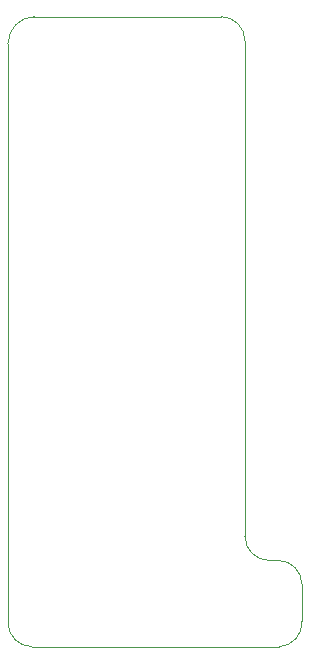
<source format=gbr>
G04 #@! TF.FileFunction,Profile,NP*
%FSLAX46Y46*%
G04 Gerber Fmt 4.6, Leading zero omitted, Abs format (unit mm)*
G04 Created by KiCad (PCBNEW (2014-11-02 BZR 5250)-product) date 05/11/2014 13:18:46*
%MOMM*%
G01*
G04 APERTURE LIST*
%ADD10C,0.100000*%
G04 APERTURE END LIST*
D10*
X133604000Y-175641000D02*
X133604000Y-172529500D01*
X128778000Y-168465500D02*
X128778000Y-166814500D01*
X128778000Y-127000000D02*
X128778000Y-166814500D01*
X130810000Y-170497500D02*
X131572000Y-170497500D01*
X121158000Y-177800000D02*
X110744000Y-177800000D01*
X108712000Y-169100500D02*
X108712000Y-175768000D01*
X121285000Y-177800000D02*
X121158000Y-177800000D01*
X121285000Y-177800000D02*
X131699000Y-177800000D01*
X108712000Y-169100500D02*
X108712000Y-165608000D01*
X126746000Y-124460000D02*
X110871000Y-124460000D01*
X128778000Y-126492000D02*
X128778000Y-127000000D01*
X133604000Y-172529500D02*
G75*
G03X131572000Y-170497500I-2032000J0D01*
G01*
X131699000Y-177800000D02*
G75*
G03X133604000Y-175641000I-127000J2032000D01*
G01*
X128778000Y-168465500D02*
G75*
G03X130810000Y-170497500I2032000J0D01*
G01*
X128778000Y-126492000D02*
G75*
G03X126746000Y-124460000I-2032000J0D01*
G01*
X108712000Y-126746000D02*
X108712000Y-165608000D01*
X108712000Y-175768000D02*
G75*
G03X110744000Y-177800000I2032000J0D01*
G01*
X110998000Y-124460000D02*
G75*
G03X108712000Y-126746000I0J-2286000D01*
G01*
M02*

</source>
